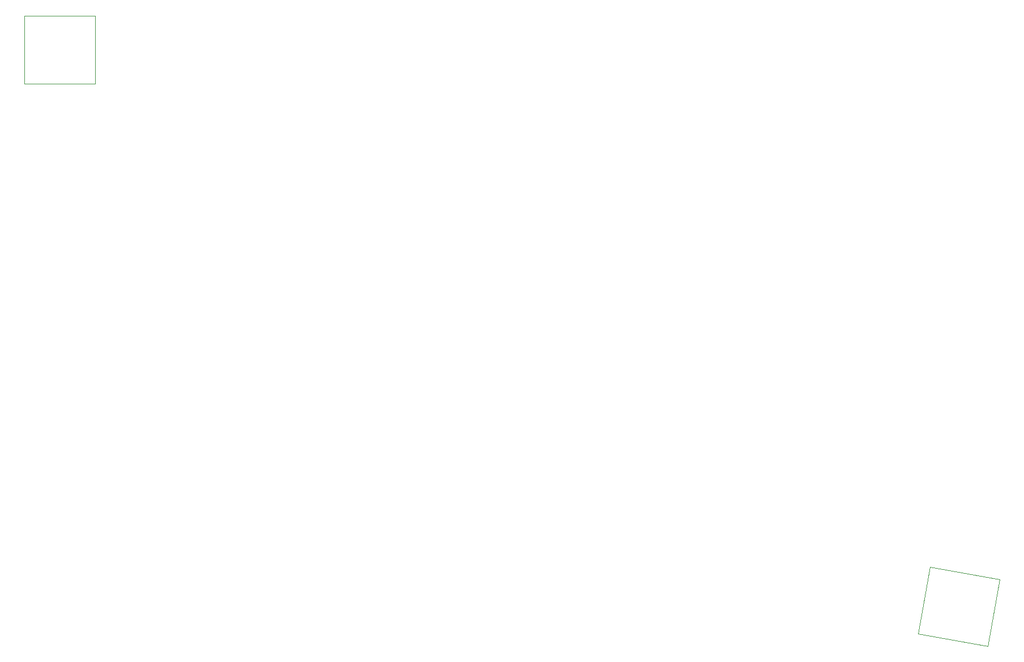
<source format=gbr>
%TF.GenerationSoftware,KiCad,Pcbnew,5.1.9*%
%TF.CreationDate,2021-05-05T06:58:16-05:00*%
%TF.ProjectId,monarch,6d6f6e61-7263-4682-9e6b-696361645f70,rev?*%
%TF.SameCoordinates,Original*%
%TF.FileFunction,Other,User*%
%FSLAX46Y46*%
G04 Gerber Fmt 4.6, Leading zero omitted, Abs format (unit mm)*
G04 Created by KiCad (PCBNEW 5.1.9) date 2021-05-05 06:58:16*
%MOMM*%
%LPD*%
G01*
G04 APERTURE LIST*
%ADD10C,0.050000*%
G04 APERTURE END LIST*
D10*
%TO.C,J2*%
X170480597Y-99786494D02*
X172246599Y-89770999D01*
X160090875Y-97954505D02*
X170480597Y-99786494D01*
X161856877Y-87939011D02*
X172246599Y-89770999D01*
X160090875Y-97954505D02*
X161856877Y-87939011D01*
%TO.C,J1*%
X26500000Y-15660000D02*
X26500000Y-5490000D01*
X26500000Y-5490000D02*
X37050000Y-5490000D01*
X26500000Y-15660000D02*
X37050000Y-15660000D01*
X37050000Y-15660000D02*
X37050000Y-5490000D01*
%TD*%
M02*

</source>
